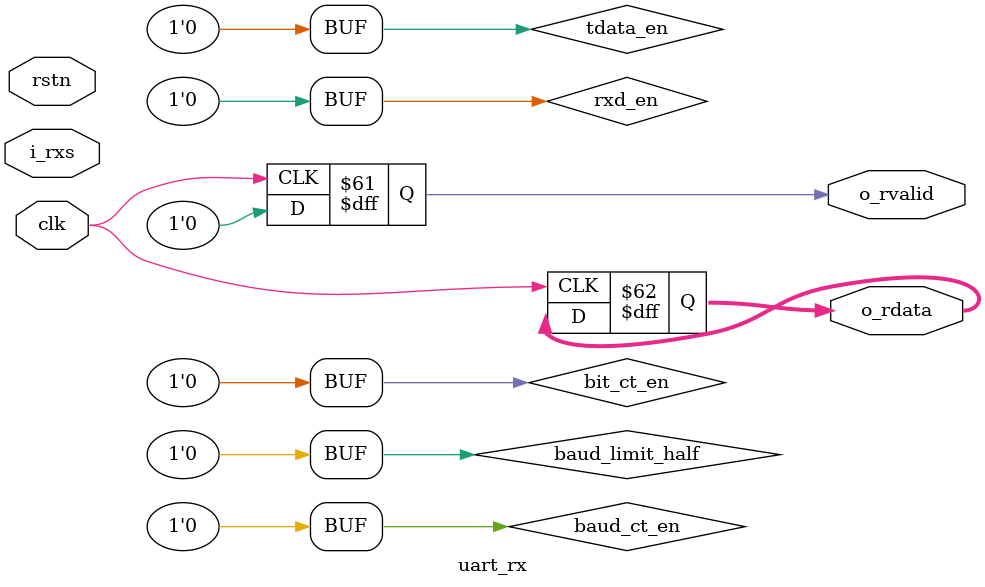
<source format=sv>

`default_nettype none

module uart_rx # (
  parameter int BAUD = 9600,
  parameter int CLKF = 100000000,
  parameter int DLEN = 8
)(
  input var                     clk,
  input var                     rstn,

  input var                     i_rxs,

  output var logic              o_rvalid,
  output var logic  [DLEN-1:0]  o_rdata
);

typedef enum logic [3:0] {
  RX_IDLE,
  RX_START,
  RX_DATA,
  RX_STOP
} state_e;
state_e curr_state;
state_e next_state;

always_ff @(posedge clk) begin
  if (!rstn) begin
    curr_state <= RX_IDLE;
  end else begin
    curr_state <= next_state;
  end
end

logic baud_ct_en;
logic baud_limit_half;
logic baud_ct_done;
logic bit_ct_en;
logic bit_ct_done;
logic rxd_en;
logic tdata_en;

always_comb begin
  unique case (RX_IDLE)
    RX_IDLE: begin
      baud_ct_en = 0;
      baud_limit_half = 0;
      bit_ct_en = 0;
      rxd_en = 0;
      tdata_en = 0;

      if (!i_rxs) begin
        next_state = RX_START;
      end else begin
        next_state = RX_IDLE;
      end
    end

    RX_START: begin
      baud_ct_en = 1;
      baud_limit_half = 1;
      bit_ct_en = 0;
      rxd_en = 0;
      tdata_en = 0;

      if (!i_rxs && baud_ct_done) begin
        next_state = RX_DATA;
      end else begin
        next_state = curr_state;
      end
    end

    RX_DATA: begin
      baud_ct_en = 1;
      baud_limit_half = 0;
      bit_ct_en = 1;
      rxd_en = 1;
      tdata_en = 0;

      if (!i_rxs && bit_ct_done) begin
        next_state = RX_DATA;
      end else begin
        next_state = curr_state;
      end
    end

    RX_STOP: begin
      baud_ct_en = 1;
      baud_limit_half = 0;
      bit_ct_en = 0;
      rxd_en = 0;

      if (i_rxs && baud_ct_done) begin
        tdata_en = 1;
        next_state = RX_IDLE;
      end else begin
        tdata_en = 0;
        next_state = curr_state;
      end
    end

    default: begin
      $error("Illegal State: 0x%0h", curr_state);
      baud_ct_en = 0;
      baud_limit_half = 0;
      bit_ct_en = 0;
      rxd_en = 0;
      tdata_en = 0;
      next_state = RX_IDLE;
    end
  endcase
end 


// Baud Counter
localparam int BaudLimit = CLKF / BAUD;
localparam int BaudCtLen = $clog2(BaudLimit);
logic [BaudCtLen-1:0] baud_ct;

always_comb begin
  if (baud_limit_half) begin
    baud_ct_done = baud_ct >= BaudLimit / 2;
  end else begin
    baud_ct_done = baud_ct >= BaudLimit;
  end
end

always_ff @(posedge clk) begin
  if (!rstn) begin
    baud_ct <= 0;
  end else begin
    if (baud_ct_en) begin
      if (!baud_ct_done) begin
        baud_ct <= baud_ct + 1;
      end else begin
        baud_ct <= baud_ct;
      end
    end else begin
      baud_ct <= 0;
    end
  end
end


// Bit Counter
logic [DLEN-1:0]  bit_ct;

always_comb begin
  bit_ct_done = &bit_ct;
end

always_ff @(posedge clk) begin
  if (!rstn) begin
    bit_ct <= 0;
  end else begin
    if (bit_ct_en) begin
      if (baud_ct_done) begin
        bit_ct <= {bit_ct[DLEN-2:0], 1'b1};
      end else begin
        bit_ct <= bit_ct;
      end
    end else begin
      bit_ct <= 0;
    end
  end
end


// Serial to Parallel Shift Register
logic [DLEN-1:0]  rxd;
always_ff @(posedge clk) begin
  if (!rstn) begin
    rxd <= 0;
  end else begin
    if (rxd_en && baud_ct_done) begin
      rxd <= {i_rxs, rxd[DLEN-1:1]};
    end else begin
      rxd <= rxd;
    end
  end
end

// Output Registering
always_ff @(posedge clk) begin
  if (tdata_en) begin
    o_rdata <= rxd;
  end else begin
    o_rdata <= o_rdata;
  end
end

always_ff @(posedge clk) begin
  if (!rstn) begin
    o_rvalid <= 0;
  end else begin
    o_rvalid <= tdata_en;
  end
end

endmodule

</source>
